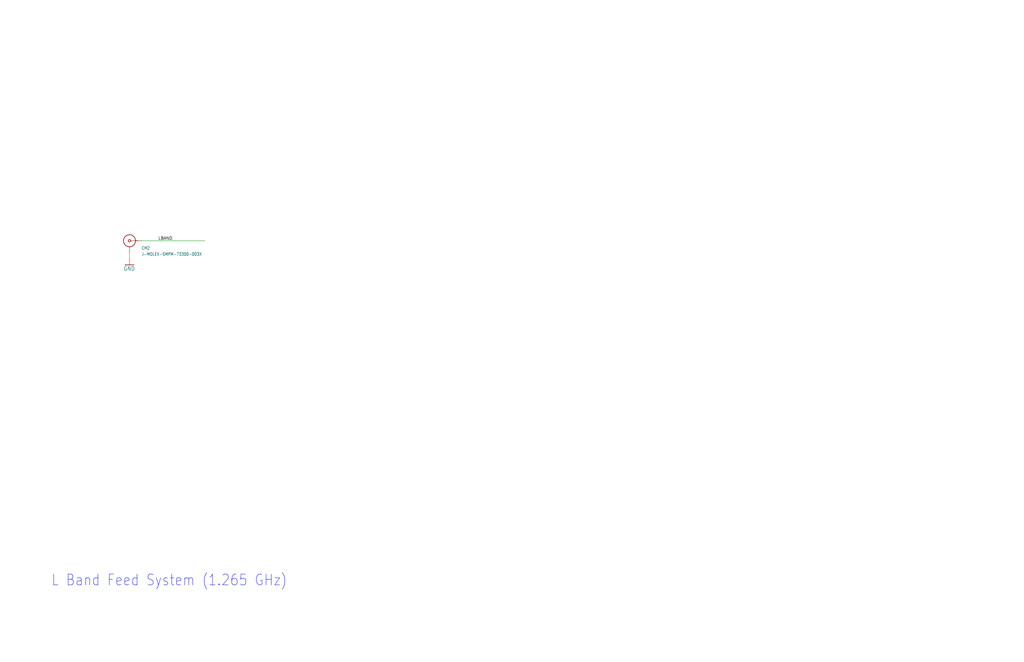
<source format=kicad_sch>
(kicad_sch (version 20211123) (generator eeschema)
  (paper "USLedger")
  (title_block (title "+Z End Card w/ Turnstile") (rev "1.0"))
  (lib_symbols
    (symbol "OreSat-j-molex-smpm-73300-003x:J-MOLEX-SMPM-73300-003X"
      (property "Reference" "CM1" (at -3.81 -5.08 0))
      (property "Value" "J-MOLEX-SMPM-73300-003X" (at -19.05 3.81 0))
      (symbol "J-MOLEX-SMPM-73300-003X_1_0"
        (polyline (pts (xy 0.508 0) (xy 3.556 0)) (stroke (width 0.1524)))
        (circle (center 0 0) (radius 0.508) (stroke (width 0.254)))
        (circle (center 0 0) (radius 2.54) (stroke (width 0.254)))
        (pin passive line (at 0 -5.08 90) (length 2.54) (name "SHIELD3") (number "GND"))
        (pin passive line (at 5.08 0 180) (length 2.54) (name "CENTER") (number "RF"))
      )
    )
    (symbol "plusz-end-card-with-turnstile-eagle-import:GND" (power)
      (property "Value" "GND" (at -2.54 -2.54 0))
      (symbol "GND_1_0"
        (polyline (pts (xy -1.905 0) (xy 1.905 0)) (stroke (width 0.254)))
        (pin power_in line (at 0 2.54 270) (length 2.54) (name "GND") (number "1"))
      )
    )
  )
  (wire (pts (xy 54.61 109.22) (xy 54.61 106.68)))
  (wire (pts (xy 59.69 101.6) (xy 86.36 101.6)))
  (text "L Band Feed System (1.265 GHz)" (at 21.59 247.65 180) (effects (font (size 4.572 3.8862)) (justify left bottom)))
  (label "LBAND" (at 66.675 101.6 0) (effects (font (size 1.2446 1.2446))))
  (symbol (lib_id "OreSat-j-molex-smpm-73300-003x:J-MOLEX-SMPM-73300-003X") (at 54.61 101.6 0) (unit 1)
    (property "Reference" "CM2" (at 59.69 105.41 0) (effects (font (size 1.27 1.0795)) (justify left bottom)))
    (property "Value" "J-MOLEX-SMPM-73300-003X" (at 59.69 107.95 0) (effects (font (size 1.27 1.0795)) (justify left bottom)))
    (property "Footprint" "oresat-footprints:J-MOLEX-SMPM-073300-003X" (effects hide))
  )
  (symbol (lib_id "plusz-end-card-with-turnstile-eagle-import:GND") (at 54.61 111.76 0) (unit 1)
    (property "Reference" "#GND010" (effects hide))
    (property "Value" "GND" (at 52.07 114.3 0) (effects (font (size 1.778 1.5113)) (justify left bottom)))
    (property "Footprint" "plusz-end-card-with-turnstile:" (effects hide))
  )
)
</source>
